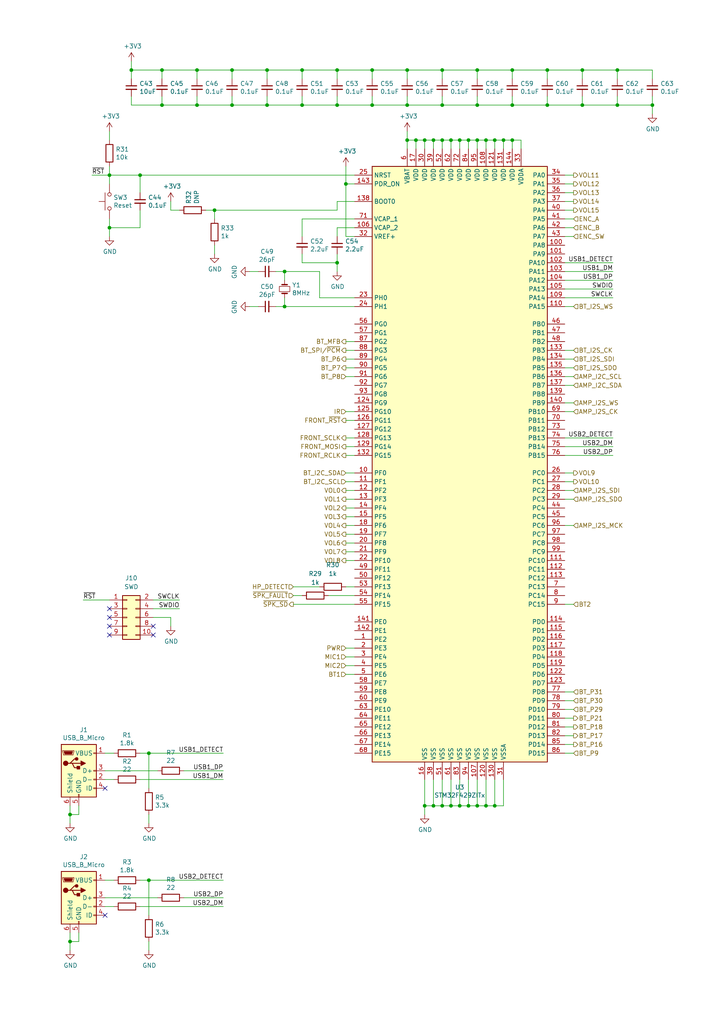
<source format=kicad_sch>
(kicad_sch (version 20201015) (generator eeschema)
  (page 1 7)
  (paper "A4" portrait)
  (lib_symbols
    (symbol "Connector:USB_B_Micro" (pin_names (offset 1.016))
      (property "Reference" "J" (at -5.08 11.43 0))
      (property "Value" "USB_B_Micro" (at -5.08 8.89 0))
      (symbol "USB_B_Micro_0_1"
        (circle (center -3.81 2.159) (radius 0.635) (stroke (width 0.254)) (fill (type outline)))
        (circle (center -0.635 3.429) (radius 0.381) (stroke (width 0.254)) (fill (type outline)))
        (rectangle (start -5.08 -7.62) (end 5.08 7.62) (stroke (width 0.254)) (fill (type background)))
        (rectangle (start -0.127 -7.62) (end 0.127 -6.858))
        (rectangle (start 0.254 1.27) (end -0.508 0.508) (stroke (width 0.254)) (fill (type outline)))
        (rectangle (start 5.08 -5.207) (end 4.318 -4.953))
        (rectangle (start 5.08 -2.667) (end 4.318 -2.413))
        (rectangle (start 5.08 -0.127) (end 4.318 0.127))
        (rectangle (start 5.08 4.953) (end 4.318 5.207))
        (polyline (pts (xy -1.905 2.159) (xy 0.635 2.159)) (stroke (width 0.254)))
        (polyline (pts (xy -3.175 2.159) (xy -2.54 2.159) (xy -1.27 3.429) (xy -0.635 3.429)) (stroke (width 0.254)))
        (polyline (pts (xy -2.54 2.159) (xy -1.905 2.159) (xy -1.27 0.889) (xy 0 0.889)) (stroke (width 0.254)))
        (polyline (pts (xy 0.635 2.794) (xy 0.635 1.524) (xy 1.905 2.159) (xy 0.635 2.794)) (stroke (width 0.254)) (fill (type outline)))
        (polyline (pts (xy -4.318 5.588) (xy -1.778 5.588) (xy -2.032 4.826) (xy -4.064 4.826) (xy -4.318 5.588)) (fill (type outline)))
        (polyline (pts (xy -4.699 5.842) (xy -4.699 5.588) (xy -4.445 4.826) (xy -4.445 4.572) (xy -1.651 4.572) (xy -1.651 4.826) (xy -1.397 5.588) (xy -1.397 5.842) (xy -4.699 5.842)))
      )
      (symbol "USB_B_Micro_1_1"
        (pin power_out line (at 7.62 5.08 180) (length 2.54) (name "VBUS") (number "1"))
        (pin bidirectional line (at 7.62 -2.54 180) (length 2.54) (name "D-") (number "2"))
        (pin bidirectional line (at 7.62 0 180) (length 2.54) (name "D+") (number "3"))
        (pin passive line (at 7.62 -5.08 180) (length 2.54) (name "ID") (number "4"))
        (pin power_out line (at 0 -10.16 90) (length 2.54) (name "GND") (number "5"))
        (pin passive line (at -2.54 -10.16 90) (length 2.54) (name "Shield") (number "6"))
      )
    )
    (symbol "Connector_Generic:Conn_02x05_Odd_Even" (pin_names (offset 1.016) hide)
      (property "Reference" "J" (at 1.27 7.62 0))
      (property "Value" "Conn_02x05_Odd_Even" (at 1.27 -7.62 0))
      (symbol "Conn_02x05_Odd_Even_1_1"
        (rectangle (start -1.27 -4.953) (end 0 -5.207) (stroke (width 0.1524)))
        (rectangle (start -1.27 -2.413) (end 0 -2.667) (stroke (width 0.1524)))
        (rectangle (start -1.27 2.667) (end 0 2.413) (stroke (width 0.1524)))
        (rectangle (start -1.27 5.207) (end 0 4.953) (stroke (width 0.1524)))
        (rectangle (start -1.27 6.35) (end 3.81 -6.35) (stroke (width 0.254)) (fill (type background)))
        (rectangle (start -1.27 0.127) (end 0 -0.127) (stroke (width 0.1524)))
        (rectangle (start 3.81 -4.953) (end 2.54 -5.207) (stroke (width 0.1524)))
        (rectangle (start 3.81 -2.413) (end 2.54 -2.667) (stroke (width 0.1524)))
        (rectangle (start 3.81 2.667) (end 2.54 2.413) (stroke (width 0.1524)))
        (rectangle (start 3.81 5.207) (end 2.54 4.953) (stroke (width 0.1524)))
        (rectangle (start 3.81 0.127) (end 2.54 -0.127) (stroke (width 0.1524)))
        (pin passive line (at -5.08 5.08 0) (length 3.81) (name "Pin_1") (number "1"))
        (pin passive line (at 7.62 -5.08 180) (length 3.81) (name "Pin_10") (number "10"))
        (pin passive line (at 7.62 5.08 180) (length 3.81) (name "Pin_2") (number "2"))
        (pin passive line (at -5.08 2.54 0) (length 3.81) (name "Pin_3") (number "3"))
        (pin passive line (at 7.62 2.54 180) (length 3.81) (name "Pin_4") (number "4"))
        (pin passive line (at -5.08 0 0) (length 3.81) (name "Pin_5") (number "5"))
        (pin passive line (at 7.62 0 180) (length 3.81) (name "Pin_6") (number "6"))
        (pin passive line (at -5.08 -2.54 0) (length 3.81) (name "Pin_7") (number "7"))
        (pin passive line (at 7.62 -2.54 180) (length 3.81) (name "Pin_8") (number "8"))
        (pin passive line (at -5.08 -5.08 0) (length 3.81) (name "Pin_9") (number "9"))
      )
    )
    (symbol "Device:C_Small" (pin_numbers hide) (pin_names (offset 0.254) hide)
      (property "Reference" "C" (at 0.254 1.778 0))
      (property "Value" "C_Small" (at 0.254 -2.032 0))
      (symbol "C_Small_0_1"
        (polyline (pts (xy -1.524 -0.508) (xy 1.524 -0.508)) (stroke (width 0.3302)))
        (polyline (pts (xy -1.524 0.508) (xy 1.524 0.508)) (stroke (width 0.3048)))
      )
      (symbol "C_Small_1_1"
        (pin passive line (at 0 2.54 270) (length 2.032) (name "~") (number "1"))
        (pin passive line (at 0 -2.54 90) (length 2.032) (name "~") (number "2"))
      )
    )
    (symbol "Device:Crystal_Small" (pin_numbers hide) (pin_names (offset 1.016) hide)
      (property "Reference" "Y" (at 0 2.54 0))
      (property "Value" "Crystal_Small" (at 0 -2.54 0))
      (symbol "Crystal_Small_0_1"
        (rectangle (start -0.762 -1.524) (end 0.762 1.524))
        (polyline (pts (xy -1.27 -0.762) (xy -1.27 0.762)) (stroke (width 0.381)))
        (polyline (pts (xy 1.27 -0.762) (xy 1.27 0.762)) (stroke (width 0.381)))
      )
      (symbol "Crystal_Small_1_1"
        (pin passive line (at -2.54 0 0) (length 1.27) (name "1") (number "1"))
        (pin passive line (at 2.54 0 180) (length 1.27) (name "2") (number "2"))
      )
    )
    (symbol "Device:R" (pin_numbers hide) (pin_names (offset 0))
      (property "Reference" "R" (at 2.032 0 90))
      (property "Value" "R" (at 0 0 90))
      (symbol "R_0_1"
        (rectangle (start -1.016 -2.54) (end 1.016 2.54) (stroke (width 0.254)))
      )
      (symbol "R_1_1"
        (pin passive line (at 0 3.81 270) (length 1.27) (name "~") (number "1"))
        (pin passive line (at 0 -3.81 90) (length 1.27) (name "~") (number "2"))
      )
    )
    (symbol "MCU_ST_STM32F4:STM32F429ZITx"
      (property "Reference" "U" (at -25.4 87.63 0))
      (property "Value" "STM32F429ZITx" (at 20.32 87.63 0))
      (symbol "STM32F429ZITx_0_1"
        (rectangle (start -25.4 -86.36) (end 25.4 86.36) (stroke (width 0.254)) (fill (type background)))
      )
      (symbol "STM32F429ZITx_1_1"
        (pin input line (at -30.48 76.2 0) (length 5.08) (name "BOOT0") (number "138"))
        (pin input line (at -30.48 83.82 0) (length 5.08) (name "NRST") (number "25"))
        (pin bidirectional line (at 30.48 83.82 180) (length 5.08) (name "PA0") (number "34"))
        (pin bidirectional line (at 30.48 81.28 180) (length 5.08) (name "PA1") (number "35"))
        (pin bidirectional line (at 30.48 58.42 180) (length 5.08) (name "PA10") (number "102"))
        (pin bidirectional line (at 30.48 55.88 180) (length 5.08) (name "PA11") (number "103"))
        (pin bidirectional line (at 30.48 53.34 180) (length 5.08) (name "PA12") (number "104"))
        (pin bidirectional line (at 30.48 50.8 180) (length 5.08) (name "PA13") (number "105"))
        (pin bidirectional line (at 30.48 48.26 180) (length 5.08) (name "PA14") (number "109"))
        (pin bidirectional line (at 30.48 45.72 180) (length 5.08) (name "PA15") (number "110"))
        (pin bidirectional line (at 30.48 78.74 180) (length 5.08) (name "PA2") (number "36"))
        (pin bidirectional line (at 30.48 76.2 180) (length 5.08) (name "PA3") (number "37"))
        (pin bidirectional line (at 30.48 73.66 180) (length 5.08) (name "PA4") (number "40"))
        (pin bidirectional line (at 30.48 71.12 180) (length 5.08) (name "PA5") (number "41"))
        (pin bidirectional line (at 30.48 68.58 180) (length 5.08) (name "PA6") (number "42"))
        (pin bidirectional line (at 30.48 66.04 180) (length 5.08) (name "PA7") (number "43"))
        (pin bidirectional line (at 30.48 63.5 180) (length 5.08) (name "PA8") (number "100"))
        (pin bidirectional line (at 30.48 60.96 180) (length 5.08) (name "PA9") (number "101"))
        (pin bidirectional line (at 30.48 40.64 180) (length 5.08) (name "PB0") (number "46"))
        (pin bidirectional line (at 30.48 38.1 180) (length 5.08) (name "PB1") (number "47"))
        (pin bidirectional line (at 30.48 15.24 180) (length 5.08) (name "PB10") (number "69"))
        (pin bidirectional line (at 30.48 12.7 180) (length 5.08) (name "PB11") (number "70"))
        (pin bidirectional line (at 30.48 10.16 180) (length 5.08) (name "PB12") (number "73"))
        (pin bidirectional line (at 30.48 7.62 180) (length 5.08) (name "PB13") (number "74"))
        (pin bidirectional line (at 30.48 5.08 180) (length 5.08) (name "PB14") (number "75"))
        (pin bidirectional line (at 30.48 2.54 180) (length 5.08) (name "PB15") (number "76"))
        (pin bidirectional line (at 30.48 35.56 180) (length 5.08) (name "PB2") (number "48"))
        (pin bidirectional line (at 30.48 33.02 180) (length 5.08) (name "PB3") (number "133"))
        (pin bidirectional line (at 30.48 30.48 180) (length 5.08) (name "PB4") (number "134"))
        (pin bidirectional line (at 30.48 27.94 180) (length 5.08) (name "PB5") (number "135"))
        (pin bidirectional line (at 30.48 25.4 180) (length 5.08) (name "PB6") (number "136"))
        (pin bidirectional line (at 30.48 22.86 180) (length 5.08) (name "PB7") (number "137"))
        (pin bidirectional line (at 30.48 20.32 180) (length 5.08) (name "PB8") (number "139"))
        (pin bidirectional line (at 30.48 17.78 180) (length 5.08) (name "PB9") (number "140"))
        (pin bidirectional line (at 30.48 -2.54 180) (length 5.08) (name "PC0") (number "26"))
        (pin bidirectional line (at 30.48 -5.08 180) (length 5.08) (name "PC1") (number "27"))
        (pin bidirectional line (at 30.48 -27.94 180) (length 5.08) (name "PC10") (number "111"))
        (pin bidirectional line (at 30.48 -30.48 180) (length 5.08) (name "PC11") (number "112"))
        (pin bidirectional line (at 30.48 -33.02 180) (length 5.08) (name "PC12") (number "113"))
        (pin bidirectional line (at 30.48 -35.56 180) (length 5.08) (name "PC13") (number "7"))
        (pin bidirectional line (at 30.48 -38.1 180) (length 5.08) (name "PC14") (number "8"))
        (pin bidirectional line (at 30.48 -40.64 180) (length 5.08) (name "PC15") (number "9"))
        (pin bidirectional line (at 30.48 -7.62 180) (length 5.08) (name "PC2") (number "28"))
        (pin bidirectional line (at 30.48 -10.16 180) (length 5.08) (name "PC3") (number "29"))
        (pin bidirectional line (at 30.48 -12.7 180) (length 5.08) (name "PC4") (number "44"))
        (pin bidirectional line (at 30.48 -15.24 180) (length 5.08) (name "PC5") (number "45"))
        (pin bidirectional line (at 30.48 -17.78 180) (length 5.08) (name "PC6") (number "96"))
        (pin bidirectional line (at 30.48 -20.32 180) (length 5.08) (name "PC7") (number "97"))
        (pin bidirectional line (at 30.48 -22.86 180) (length 5.08) (name "PC8") (number "98"))
        (pin bidirectional line (at 30.48 -25.4 180) (length 5.08) (name "PC9") (number "99"))
        (pin bidirectional line (at 30.48 -45.72 180) (length 5.08) (name "PD0") (number "114"))
        (pin bidirectional line (at 30.48 -48.26 180) (length 5.08) (name "PD1") (number "115"))
        (pin bidirectional line (at 30.48 -71.12 180) (length 5.08) (name "PD10") (number "79"))
        (pin bidirectional line (at 30.48 -73.66 180) (length 5.08) (name "PD11") (number "80"))
        (pin bidirectional line (at 30.48 -76.2 180) (length 5.08) (name "PD12") (number "81"))
        (pin bidirectional line (at 30.48 -78.74 180) (length 5.08) (name "PD13") (number "82"))
        (pin bidirectional line (at 30.48 -81.28 180) (length 5.08) (name "PD14") (number "85"))
        (pin bidirectional line (at 30.48 -83.82 180) (length 5.08) (name "PD15") (number "86"))
        (pin bidirectional line (at 30.48 -50.8 180) (length 5.08) (name "PD2") (number "116"))
        (pin bidirectional line (at 30.48 -53.34 180) (length 5.08) (name "PD3") (number "117"))
        (pin bidirectional line (at 30.48 -55.88 180) (length 5.08) (name "PD4") (number "118"))
        (pin bidirectional line (at 30.48 -58.42 180) (length 5.08) (name "PD5") (number "119"))
        (pin bidirectional line (at 30.48 -60.96 180) (length 5.08) (name "PD6") (number "122"))
        (pin bidirectional line (at 30.48 -63.5 180) (length 5.08) (name "PD7") (number "123"))
        (pin bidirectional line (at 30.48 -66.04 180) (length 5.08) (name "PD8") (number "77"))
        (pin bidirectional line (at 30.48 -68.58 180) (length 5.08) (name "PD9") (number "78"))
        (pin input line (at -30.48 81.28 0) (length 5.08) (name "PDR_ON") (number "143"))
        (pin bidirectional line (at -30.48 -45.72 0) (length 5.08) (name "PE0") (number "141"))
        (pin bidirectional line (at -30.48 -48.26 0) (length 5.08) (name "PE1") (number "142"))
        (pin bidirectional line (at -30.48 -71.12 0) (length 5.08) (name "PE10") (number "63"))
        (pin bidirectional line (at -30.48 -73.66 0) (length 5.08) (name "PE11") (number "64"))
        (pin bidirectional line (at -30.48 -76.2 0) (length 5.08) (name "PE12") (number "65"))
        (pin bidirectional line (at -30.48 -78.74 0) (length 5.08) (name "PE13") (number "66"))
        (pin bidirectional line (at -30.48 -81.28 0) (length 5.08) (name "PE14") (number "67"))
        (pin bidirectional line (at -30.48 -83.82 0) (length 5.08) (name "PE15") (number "68"))
        (pin bidirectional line (at -30.48 -50.8 0) (length 5.08) (name "PE2") (number "1"))
        (pin bidirectional line (at -30.48 -53.34 0) (length 5.08) (name "PE3") (number "2"))
        (pin bidirectional line (at -30.48 -55.88 0) (length 5.08) (name "PE4") (number "3"))
        (pin bidirectional line (at -30.48 -58.42 0) (length 5.08) (name "PE5") (number "4"))
        (pin bidirectional line (at -30.48 -60.96 0) (length 5.08) (name "PE6") (number "5"))
        (pin bidirectional line (at -30.48 -63.5 0) (length 5.08) (name "PE7") (number "58"))
        (pin bidirectional line (at -30.48 -66.04 0) (length 5.08) (name "PE8") (number "59"))
        (pin bidirectional line (at -30.48 -68.58 0) (length 5.08) (name "PE9") (number "60"))
        (pin bidirectional line (at -30.48 -2.54 0) (length 5.08) (name "PF0") (number "10"))
        (pin bidirectional line (at -30.48 -5.08 0) (length 5.08) (name "PF1") (number "11"))
        (pin bidirectional line (at -30.48 -27.94 0) (length 5.08) (name "PF10") (number "22"))
        (pin bidirectional line (at -30.48 -30.48 0) (length 5.08) (name "PF11") (number "49"))
        (pin bidirectional line (at -30.48 -33.02 0) (length 5.08) (name "PF12") (number "50"))
        (pin bidirectional line (at -30.48 -35.56 0) (length 5.08) (name "PF13") (number "53"))
        (pin bidirectional line (at -30.48 -38.1 0) (length 5.08) (name "PF14") (number "54"))
        (pin bidirectional line (at -30.48 -40.64 0) (length 5.08) (name "PF15") (number "55"))
        (pin bidirectional line (at -30.48 -7.62 0) (length 5.08) (name "PF2") (number "12"))
        (pin bidirectional line (at -30.48 -10.16 0) (length 5.08) (name "PF3") (number "13"))
        (pin bidirectional line (at -30.48 -12.7 0) (length 5.08) (name "PF4") (number "14"))
        (pin bidirectional line (at -30.48 -15.24 0) (length 5.08) (name "PF5") (number "15"))
        (pin bidirectional line (at -30.48 -17.78 0) (length 5.08) (name "PF6") (number "18"))
        (pin bidirectional line (at -30.48 -20.32 0) (length 5.08) (name "PF7") (number "19"))
        (pin bidirectional line (at -30.48 -22.86 0) (length 5.08) (name "PF8") (number "20"))
        (pin bidirectional line (at -30.48 -25.4 0) (length 5.08) (name "PF9") (number "21"))
        (pin bidirectional line (at -30.48 40.64 0) (length 5.08) (name "PG0") (number "56"))
        (pin bidirectional line (at -30.48 38.1 0) (length 5.08) (name "PG1") (number "57"))
        (pin bidirectional line (at -30.48 15.24 0) (length 5.08) (name "PG10") (number "125"))
        (pin bidirectional line (at -30.48 12.7 0) (length 5.08) (name "PG11") (number "126"))
        (pin bidirectional line (at -30.48 10.16 0) (length 5.08) (name "PG12") (number "127"))
        (pin bidirectional line (at -30.48 7.62 0) (length 5.08) (name "PG13") (number "128"))
        (pin bidirectional line (at -30.48 5.08 0) (length 5.08) (name "PG14") (number "129"))
        (pin bidirectional line (at -30.48 2.54 0) (length 5.08) (name "PG15") (number "132"))
        (pin bidirectional line (at -30.48 35.56 0) (length 5.08) (name "PG2") (number "87"))
        (pin bidirectional line (at -30.48 33.02 0) (length 5.08) (name "PG3") (number "88"))
        (pin bidirectional line (at -30.48 30.48 0) (length 5.08) (name "PG4") (number "89"))
        (pin bidirectional line (at -30.48 27.94 0) (length 5.08) (name "PG5") (number "90"))
        (pin bidirectional line (at -30.48 25.4 0) (length 5.08) (name "PG6") (number "91"))
        (pin bidirectional line (at -30.48 22.86 0) (length 5.08) (name "PG7") (number "92"))
        (pin bidirectional line (at -30.48 20.32 0) (length 5.08) (name "PG8") (number "93"))
        (pin bidirectional line (at -30.48 17.78 0) (length 5.08) (name "PG9") (number "124"))
        (pin input line (at -30.48 48.26 0) (length 5.08) (name "PH0") (number "23"))
        (pin input line (at -30.48 45.72 0) (length 5.08) (name "PH1") (number "24"))
        (pin power_in line (at -15.24 91.44 270) (length 5.08) (name "VBAT") (number "6"))
        (pin power_in line (at -30.48 71.12 0) (length 5.08) (name "VCAP_1") (number "71"))
        (pin power_in line (at -30.48 68.58 0) (length 5.08) (name "VCAP_2") (number "106"))
        (pin power_in line (at 7.62 91.44 270) (length 5.08) (name "VDD") (number "108"))
        (pin power_in line (at 10.16 91.44 270) (length 5.08) (name "VDD") (number "121"))
        (pin power_in line (at 12.7 91.44 270) (length 5.08) (name "VDD") (number "131"))
        (pin power_in line (at 15.24 91.44 270) (length 5.08) (name "VDD") (number "144"))
        (pin power_in line (at -12.7 91.44 270) (length 5.08) (name "VDD") (number "17"))
        (pin power_in line (at -10.16 91.44 270) (length 5.08) (name "VDD") (number "30"))
        (pin power_in line (at -7.62 91.44 270) (length 5.08) (name "VDD") (number "39"))
        (pin power_in line (at -5.08 91.44 270) (length 5.08) (name "VDD") (number "52"))
        (pin power_in line (at -2.54 91.44 270) (length 5.08) (name "VDD") (number "62"))
        (pin power_in line (at 0 91.44 270) (length 5.08) (name "VDD") (number "72"))
        (pin power_in line (at 2.54 91.44 270) (length 5.08) (name "VDD") (number "84"))
        (pin power_in line (at 5.08 91.44 270) (length 5.08) (name "VDD") (number "95"))
        (pin power_in line (at 17.78 91.44 270) (length 5.08) (name "VDDA") (number "33"))
        (pin power_in line (at -30.48 66.04 0) (length 5.08) (name "VREF+") (number "32"))
        (pin power_in line (at 5.08 -91.44 90) (length 5.08) (name "VSS") (number "107"))
        (pin power_in line (at 7.62 -91.44 90) (length 5.08) (name "VSS") (number "120"))
        (pin power_in line (at 10.16 -91.44 90) (length 5.08) (name "VSS") (number "130"))
        (pin power_in line (at -10.16 -91.44 90) (length 5.08) (name "VSS") (number "16"))
        (pin power_in line (at -7.62 -91.44 90) (length 5.08) (name "VSS") (number "38"))
        (pin power_in line (at -5.08 -91.44 90) (length 5.08) (name "VSS") (number "51"))
        (pin power_in line (at -2.54 -91.44 90) (length 5.08) (name "VSS") (number "61"))
        (pin power_in line (at 0 -91.44 90) (length 5.08) (name "VSS") (number "83"))
        (pin power_in line (at 2.54 -91.44 90) (length 5.08) (name "VSS") (number "94"))
        (pin power_in line (at 12.7 -91.44 90) (length 5.08) (name "VSSA") (number "31"))
      )
    )
    (symbol "Switch:SW_Push" (pin_numbers hide) (pin_names (offset 1.016) hide)
      (property "Reference" "SW" (at 1.27 2.54 0))
      (property "Value" "SW_Push" (at 0 -1.524 0))
      (symbol "SW_Push_0_1"
        (circle (center -2.032 0) (radius 0.508))
        (circle (center 2.032 0) (radius 0.508))
        (polyline (pts (xy 0 1.27) (xy 0 3.048)))
        (polyline (pts (xy 2.54 1.27) (xy -2.54 1.27)))
        (pin passive line (at -5.08 0 0) (length 2.54) (name "1") (number "1"))
        (pin passive line (at 5.08 0 180) (length 2.54) (name "2") (number "2"))
      )
    )
    (symbol "power:+3.3V" (power) (pin_names (offset 0))
      (property "Value" "+3.3V" (at 0 3.556 0))
      (symbol "+3.3V_0_1"
        (polyline (pts (xy -0.762 1.27) (xy 0 2.54)))
        (polyline (pts (xy 0 0) (xy 0 2.54)))
        (polyline (pts (xy 0 2.54) (xy 0.762 1.27)))
      )
      (symbol "+3.3V_1_1"
        (pin power_in line (at 0 0 90) (length 0) hide (name "+3V3") (number "1"))
      )
    )
    (symbol "power:GND" (power) (pin_names (offset 0))
      (property "Value" "GND" (at 0 -3.81 0))
      (symbol "GND_0_1"
        (polyline (pts (xy 0 0) (xy 0 -1.27) (xy 1.27 -1.27) (xy 0 -2.54) (xy -1.27 -1.27) (xy 0 -1.27)))
      )
      (symbol "GND_1_1"
        (pin power_in line (at 0 0 270) (length 0) hide (name "GND") (number "1"))
      )
    )
  )
  (junction (at 20.32 236.22) (diameter 0.9144))
  (junction (at 20.32 273.05) (diameter 0.9144))
  (junction (at 31.75 50.8) (diameter 0.9144))
  (junction (at 31.75 66.04) (diameter 0.9144))
  (junction (at 38.1 20.32) (diameter 0.9144))
  (junction (at 40.64 50.8) (diameter 0.9144))
  (junction (at 43.18 218.44) (diameter 0.9144))
  (junction (at 43.18 255.27) (diameter 0.9144))
  (junction (at 46.99 20.32) (diameter 0.9144))
  (junction (at 46.99 30.48) (diameter 0.9144))
  (junction (at 57.15 20.32) (diameter 0.9144))
  (junction (at 57.15 30.48) (diameter 0.9144))
  (junction (at 62.23 60.96) (diameter 0.9144))
  (junction (at 67.31 20.32) (diameter 0.9144))
  (junction (at 67.31 30.48) (diameter 0.9144))
  (junction (at 77.47 20.32) (diameter 0.9144))
  (junction (at 77.47 30.48) (diameter 0.9144))
  (junction (at 82.55 78.74) (diameter 0.9144))
  (junction (at 82.55 88.9) (diameter 0.9144))
  (junction (at 87.63 20.32) (diameter 0.9144))
  (junction (at 87.63 30.48) (diameter 0.9144))
  (junction (at 97.79 20.32) (diameter 0.9144))
  (junction (at 97.79 30.48) (diameter 0.9144))
  (junction (at 97.79 76.2) (diameter 0.9144))
  (junction (at 100.33 53.34) (diameter 0.9144))
  (junction (at 107.95 20.32) (diameter 0.9144))
  (junction (at 107.95 30.48) (diameter 0.9144))
  (junction (at 118.11 20.32) (diameter 0.9144))
  (junction (at 118.11 30.48) (diameter 0.9144))
  (junction (at 118.11 40.64) (diameter 0.9144))
  (junction (at 120.65 40.64) (diameter 0.9144))
  (junction (at 123.19 40.64) (diameter 0.9144))
  (junction (at 123.19 233.68) (diameter 0.9144))
  (junction (at 125.73 40.64) (diameter 0.9144))
  (junction (at 125.73 233.68) (diameter 0.9144))
  (junction (at 128.27 20.32) (diameter 0.9144))
  (junction (at 128.27 30.48) (diameter 0.9144))
  (junction (at 128.27 40.64) (diameter 0.9144))
  (junction (at 128.27 233.68) (diameter 0.9144))
  (junction (at 130.81 40.64) (diameter 0.9144))
  (junction (at 130.81 233.68) (diameter 0.9144))
  (junction (at 133.35 40.64) (diameter 0.9144))
  (junction (at 133.35 233.68) (diameter 0.9144))
  (junction (at 135.89 40.64) (diameter 0.9144))
  (junction (at 135.89 233.68) (diameter 0.9144))
  (junction (at 138.43 20.32) (diameter 0.9144))
  (junction (at 138.43 30.48) (diameter 0.9144))
  (junction (at 138.43 40.64) (diameter 0.9144))
  (junction (at 138.43 233.68) (diameter 0.9144))
  (junction (at 140.97 40.64) (diameter 0.9144))
  (junction (at 140.97 233.68) (diameter 0.9144))
  (junction (at 143.51 40.64) (diameter 0.9144))
  (junction (at 143.51 233.68) (diameter 0.9144))
  (junction (at 146.05 40.64) (diameter 0.9144))
  (junction (at 148.59 20.32) (diameter 0.9144))
  (junction (at 148.59 30.48) (diameter 0.9144))
  (junction (at 148.59 40.64) (diameter 0.9144))
  (junction (at 158.75 20.32) (diameter 0.9144))
  (junction (at 158.75 30.48) (diameter 0.9144))
  (junction (at 168.91 20.32) (diameter 0.9144))
  (junction (at 168.91 30.48) (diameter 0.9144))
  (junction (at 179.07 20.32) (diameter 0.9144))
  (junction (at 179.07 30.48) (diameter 0.9144))
  (junction (at 189.23 30.48) (diameter 0.9144))
  (no_connect (at 31.75 181.61))
  (no_connect (at 44.45 184.15))
  (no_connect (at 30.48 265.43))
  (no_connect (at 31.75 184.15))
  (no_connect (at 44.45 181.61))
  (no_connect (at 31.75 176.53))
  (no_connect (at 31.75 179.07))
  (no_connect (at 30.48 228.6))
  (wire (pts (xy 20.32 233.68) (xy 20.32 236.22)))
  (wire (pts (xy 20.32 236.22) (xy 20.32 238.76)))
  (wire (pts (xy 20.32 270.51) (xy 20.32 273.05)))
  (wire (pts (xy 20.32 273.05) (xy 20.32 275.59)))
  (wire (pts (xy 22.86 233.68) (xy 22.86 236.22)))
  (wire (pts (xy 22.86 236.22) (xy 20.32 236.22)))
  (wire (pts (xy 22.86 270.51) (xy 22.86 273.05)))
  (wire (pts (xy 22.86 273.05) (xy 20.32 273.05)))
  (wire (pts (xy 24.13 173.99) (xy 31.75 173.99)))
  (wire (pts (xy 26.67 50.8) (xy 31.75 50.8)))
  (wire (pts (xy 30.48 226.06) (xy 33.02 226.06)))
  (wire (pts (xy 30.48 262.89) (xy 33.02 262.89)))
  (wire (pts (xy 31.75 38.1) (xy 31.75 40.64)))
  (wire (pts (xy 31.75 48.26) (xy 31.75 50.8)))
  (wire (pts (xy 31.75 50.8) (xy 31.75 53.34)))
  (wire (pts (xy 31.75 63.5) (xy 31.75 66.04)))
  (wire (pts (xy 31.75 66.04) (xy 40.64 66.04)))
  (wire (pts (xy 31.75 68.58) (xy 31.75 66.04)))
  (wire (pts (xy 33.02 218.44) (xy 30.48 218.44)))
  (wire (pts (xy 33.02 255.27) (xy 30.48 255.27)))
  (wire (pts (xy 38.1 20.32) (xy 38.1 17.78)))
  (wire (pts (xy 38.1 20.32) (xy 38.1 22.86)))
  (wire (pts (xy 38.1 30.48) (xy 38.1 27.94)))
  (wire (pts (xy 40.64 50.8) (xy 31.75 50.8)))
  (wire (pts (xy 40.64 50.8) (xy 102.87 50.8)))
  (wire (pts (xy 40.64 55.88) (xy 40.64 50.8)))
  (wire (pts (xy 40.64 66.04) (xy 40.64 60.96)))
  (wire (pts (xy 40.64 226.06) (xy 64.77 226.06)))
  (wire (pts (xy 40.64 262.89) (xy 64.77 262.89)))
  (wire (pts (xy 43.18 218.44) (xy 40.64 218.44)))
  (wire (pts (xy 43.18 228.6) (xy 43.18 218.44)))
  (wire (pts (xy 43.18 236.22) (xy 43.18 238.76)))
  (wire (pts (xy 43.18 255.27) (xy 40.64 255.27)))
  (wire (pts (xy 43.18 265.43) (xy 43.18 255.27)))
  (wire (pts (xy 43.18 273.05) (xy 43.18 275.59)))
  (wire (pts (xy 44.45 173.99) (xy 52.07 173.99)))
  (wire (pts (xy 44.45 176.53) (xy 52.07 176.53)))
  (wire (pts (xy 45.72 223.52) (xy 30.48 223.52)))
  (wire (pts (xy 45.72 260.35) (xy 30.48 260.35)))
  (wire (pts (xy 46.99 20.32) (xy 38.1 20.32)))
  (wire (pts (xy 46.99 20.32) (xy 46.99 22.86)))
  (wire (pts (xy 46.99 20.32) (xy 57.15 20.32)))
  (wire (pts (xy 46.99 30.48) (xy 38.1 30.48)))
  (wire (pts (xy 46.99 30.48) (xy 46.99 27.94)))
  (wire (pts (xy 49.53 60.96) (xy 49.53 58.42)))
  (wire (pts (xy 49.53 179.07) (xy 44.45 179.07)))
  (wire (pts (xy 49.53 181.61) (xy 49.53 179.07)))
  (wire (pts (xy 52.07 60.96) (xy 49.53 60.96)))
  (wire (pts (xy 53.34 223.52) (xy 64.77 223.52)))
  (wire (pts (xy 53.34 260.35) (xy 64.77 260.35)))
  (wire (pts (xy 57.15 20.32) (xy 57.15 22.86)))
  (wire (pts (xy 57.15 20.32) (xy 67.31 20.32)))
  (wire (pts (xy 57.15 27.94) (xy 57.15 30.48)))
  (wire (pts (xy 57.15 30.48) (xy 46.99 30.48)))
  (wire (pts (xy 62.23 60.96) (xy 59.69 60.96)))
  (wire (pts (xy 62.23 60.96) (xy 62.23 63.5)))
  (wire (pts (xy 62.23 71.12) (xy 62.23 73.66)))
  (wire (pts (xy 64.77 218.44) (xy 43.18 218.44)))
  (wire (pts (xy 64.77 255.27) (xy 43.18 255.27)))
  (wire (pts (xy 67.31 20.32) (xy 67.31 22.86)))
  (wire (pts (xy 67.31 20.32) (xy 77.47 20.32)))
  (wire (pts (xy 67.31 27.94) (xy 67.31 30.48)))
  (wire (pts (xy 67.31 30.48) (xy 57.15 30.48)))
  (wire (pts (xy 72.39 78.74) (xy 74.93 78.74)))
  (wire (pts (xy 72.39 88.9) (xy 74.93 88.9)))
  (wire (pts (xy 77.47 20.32) (xy 77.47 22.86)))
  (wire (pts (xy 77.47 20.32) (xy 87.63 20.32)))
  (wire (pts (xy 77.47 27.94) (xy 77.47 30.48)))
  (wire (pts (xy 77.47 30.48) (xy 67.31 30.48)))
  (wire (pts (xy 80.01 78.74) (xy 82.55 78.74)))
  (wire (pts (xy 80.01 88.9) (xy 82.55 88.9)))
  (wire (pts (xy 82.55 78.74) (xy 82.55 81.28)))
  (wire (pts (xy 82.55 86.36) (xy 82.55 88.9)))
  (wire (pts (xy 82.55 88.9) (xy 102.87 88.9)))
  (wire (pts (xy 85.09 170.18) (xy 92.71 170.18)))
  (wire (pts (xy 85.09 172.72) (xy 87.63 172.72)))
  (wire (pts (xy 85.09 175.26) (xy 102.87 175.26)))
  (wire (pts (xy 87.63 20.32) (xy 87.63 22.86)))
  (wire (pts (xy 87.63 20.32) (xy 97.79 20.32)))
  (wire (pts (xy 87.63 27.94) (xy 87.63 30.48)))
  (wire (pts (xy 87.63 30.48) (xy 77.47 30.48)))
  (wire (pts (xy 87.63 63.5) (xy 87.63 68.58)))
  (wire (pts (xy 87.63 76.2) (xy 87.63 73.66)))
  (wire (pts (xy 92.71 78.74) (xy 82.55 78.74)))
  (wire (pts (xy 92.71 86.36) (xy 92.71 78.74)))
  (wire (pts (xy 95.25 172.72) (xy 102.87 172.72)))
  (wire (pts (xy 97.79 20.32) (xy 97.79 22.86)))
  (wire (pts (xy 97.79 20.32) (xy 107.95 20.32)))
  (wire (pts (xy 97.79 27.94) (xy 97.79 30.48)))
  (wire (pts (xy 97.79 30.48) (xy 87.63 30.48)))
  (wire (pts (xy 97.79 58.42) (xy 97.79 60.96)))
  (wire (pts (xy 97.79 60.96) (xy 62.23 60.96)))
  (wire (pts (xy 97.79 66.04) (xy 97.79 68.58)))
  (wire (pts (xy 97.79 73.66) (xy 97.79 76.2)))
  (wire (pts (xy 97.79 76.2) (xy 87.63 76.2)))
  (wire (pts (xy 97.79 76.2) (xy 97.79 78.74)))
  (wire (pts (xy 100.33 48.26) (xy 100.33 53.34)))
  (wire (pts (xy 100.33 53.34) (xy 100.33 68.58)))
  (wire (pts (xy 100.33 53.34) (xy 102.87 53.34)))
  (wire (pts (xy 100.33 68.58) (xy 102.87 68.58)))
  (wire (pts (xy 100.33 99.06) (xy 102.87 99.06)))
  (wire (pts (xy 100.33 101.6) (xy 102.87 101.6)))
  (wire (pts (xy 100.33 104.14) (xy 102.87 104.14)))
  (wire (pts (xy 100.33 106.68) (xy 102.87 106.68)))
  (wire (pts (xy 100.33 109.22) (xy 102.87 109.22)))
  (wire (pts (xy 100.33 119.38) (xy 102.87 119.38)))
  (wire (pts (xy 100.33 121.92) (xy 102.87 121.92)))
  (wire (pts (xy 100.33 127) (xy 102.87 127)))
  (wire (pts (xy 100.33 129.54) (xy 102.87 129.54)))
  (wire (pts (xy 100.33 132.08) (xy 102.87 132.08)))
  (wire (pts (xy 100.33 139.7) (xy 102.87 139.7)))
  (wire (pts (xy 100.33 142.24) (xy 102.87 142.24)))
  (wire (pts (xy 100.33 144.78) (xy 102.87 144.78)))
  (wire (pts (xy 100.33 147.32) (xy 102.87 147.32)))
  (wire (pts (xy 100.33 149.86) (xy 102.87 149.86)))
  (wire (pts (xy 100.33 152.4) (xy 102.87 152.4)))
  (wire (pts (xy 100.33 162.56) (xy 102.87 162.56)))
  (wire (pts (xy 100.33 170.18) (xy 102.87 170.18)))
  (wire (pts (xy 102.87 58.42) (xy 97.79 58.42)))
  (wire (pts (xy 102.87 63.5) (xy 87.63 63.5)))
  (wire (pts (xy 102.87 66.04) (xy 97.79 66.04)))
  (wire (pts (xy 102.87 86.36) (xy 92.71 86.36)))
  (wire (pts (xy 102.87 137.16) (xy 100.33 137.16)))
  (wire (pts (xy 102.87 154.94) (xy 100.33 154.94)))
  (wire (pts (xy 102.87 157.48) (xy 100.33 157.48)))
  (wire (pts (xy 102.87 160.02) (xy 100.33 160.02)))
  (wire (pts (xy 102.87 187.96) (xy 100.33 187.96)))
  (wire (pts (xy 102.87 190.5) (xy 100.33 190.5)))
  (wire (pts (xy 102.87 193.04) (xy 100.33 193.04)))
  (wire (pts (xy 102.87 195.58) (xy 100.33 195.58)))
  (wire (pts (xy 107.95 20.32) (xy 107.95 22.86)))
  (wire (pts (xy 107.95 20.32) (xy 118.11 20.32)))
  (wire (pts (xy 107.95 27.94) (xy 107.95 30.48)))
  (wire (pts (xy 107.95 30.48) (xy 97.79 30.48)))
  (wire (pts (xy 118.11 20.32) (xy 118.11 22.86)))
  (wire (pts (xy 118.11 20.32) (xy 128.27 20.32)))
  (wire (pts (xy 118.11 27.94) (xy 118.11 30.48)))
  (wire (pts (xy 118.11 30.48) (xy 107.95 30.48)))
  (wire (pts (xy 118.11 38.1) (xy 118.11 40.64)))
  (wire (pts (xy 118.11 40.64) (xy 118.11 43.18)))
  (wire (pts (xy 120.65 40.64) (xy 118.11 40.64)))
  (wire (pts (xy 120.65 43.18) (xy 120.65 40.64)))
  (wire (pts (xy 123.19 40.64) (xy 120.65 40.64)))
  (wire (pts (xy 123.19 43.18) (xy 123.19 40.64)))
  (wire (pts (xy 123.19 226.06) (xy 123.19 233.68)))
  (wire (pts (xy 123.19 233.68) (xy 123.19 236.22)))
  (wire (pts (xy 123.19 233.68) (xy 125.73 233.68)))
  (wire (pts (xy 125.73 40.64) (xy 123.19 40.64)))
  (wire (pts (xy 125.73 43.18) (xy 125.73 40.64)))
  (wire (pts (xy 125.73 226.06) (xy 125.73 233.68)))
  (wire (pts (xy 125.73 233.68) (xy 128.27 233.68)))
  (wire (pts (xy 128.27 20.32) (xy 128.27 22.86)))
  (wire (pts (xy 128.27 20.32) (xy 138.43 20.32)))
  (wire (pts (xy 128.27 27.94) (xy 128.27 30.48)))
  (wire (pts (xy 128.27 30.48) (xy 118.11 30.48)))
  (wire (pts (xy 128.27 40.64) (xy 125.73 40.64)))
  (wire (pts (xy 128.27 43.18) (xy 128.27 40.64)))
  (wire (pts (xy 128.27 226.06) (xy 128.27 233.68)))
  (wire (pts (xy 128.27 233.68) (xy 130.81 233.68)))
  (wire (pts (xy 130.81 40.64) (xy 128.27 40.64)))
  (wire (pts (xy 130.81 43.18) (xy 130.81 40.64)))
  (wire (pts (xy 130.81 226.06) (xy 130.81 233.68)))
  (wire (pts (xy 130.81 233.68) (xy 133.35 233.68)))
  (wire (pts (xy 133.35 40.64) (xy 130.81 40.64)))
  (wire (pts (xy 133.35 43.18) (xy 133.35 40.64)))
  (wire (pts (xy 133.35 226.06) (xy 133.35 233.68)))
  (wire (pts (xy 133.35 233.68) (xy 135.89 233.68)))
  (wire (pts (xy 135.89 40.64) (xy 133.35 40.64)))
  (wire (pts (xy 135.89 43.18) (xy 135.89 40.64)))
  (wire (pts (xy 135.89 226.06) (xy 135.89 233.68)))
  (wire (pts (xy 135.89 233.68) (xy 138.43 233.68)))
  (wire (pts (xy 138.43 20.32) (xy 138.43 22.86)))
  (wire (pts (xy 138.43 20.32) (xy 148.59 20.32)))
  (wire (pts (xy 138.43 27.94) (xy 138.43 30.48)))
  (wire (pts (xy 138.43 30.48) (xy 128.27 30.48)))
  (wire (pts (xy 138.43 40.64) (xy 135.89 40.64)))
  (wire (pts (xy 138.43 43.18) (xy 138.43 40.64)))
  (wire (pts (xy 138.43 226.06) (xy 138.43 233.68)))
  (wire (pts (xy 138.43 233.68) (xy 140.97 233.68)))
  (wire (pts (xy 140.97 40.64) (xy 138.43 40.64)))
  (wire (pts (xy 140.97 43.18) (xy 140.97 40.64)))
  (wire (pts (xy 140.97 233.68) (xy 140.97 226.06)))
  (wire (pts (xy 140.97 233.68) (xy 143.51 233.68)))
  (wire (pts (xy 143.51 40.64) (xy 140.97 40.64)))
  (wire (pts (xy 143.51 43.18) (xy 143.51 40.64)))
  (wire (pts (xy 143.51 226.06) (xy 143.51 233.68)))
  (wire (pts (xy 143.51 233.68) (xy 146.05 233.68)))
  (wire (pts (xy 146.05 40.64) (xy 143.51 40.64)))
  (wire (pts (xy 146.05 43.18) (xy 146.05 40.64)))
  (wire (pts (xy 146.05 233.68) (xy 146.05 226.06)))
  (wire (pts (xy 148.59 20.32) (xy 148.59 22.86)))
  (wire (pts (xy 148.59 20.32) (xy 158.75 20.32)))
  (wire (pts (xy 148.59 27.94) (xy 148.59 30.48)))
  (wire (pts (xy 148.59 30.48) (xy 138.43 30.48)))
  (wire (pts (xy 148.59 40.64) (xy 146.05 40.64)))
  (wire (pts (xy 148.59 43.18) (xy 148.59 40.64)))
  (wire (pts (xy 151.13 40.64) (xy 148.59 40.64)))
  (wire (pts (xy 151.13 43.18) (xy 151.13 40.64)))
  (wire (pts (xy 158.75 20.32) (xy 158.75 22.86)))
  (wire (pts (xy 158.75 20.32) (xy 168.91 20.32)))
  (wire (pts (xy 158.75 27.94) (xy 158.75 30.48)))
  (wire (pts (xy 158.75 30.48) (xy 148.59 30.48)))
  (wire (pts (xy 163.83 63.5) (xy 166.37 63.5)))
  (wire (pts (xy 163.83 66.04) (xy 166.37 66.04)))
  (wire (pts (xy 163.83 68.58) (xy 166.37 68.58)))
  (wire (pts (xy 163.83 83.82) (xy 177.8 83.82)))
  (wire (pts (xy 163.83 86.36) (xy 177.8 86.36)))
  (wire (pts (xy 163.83 104.14) (xy 166.37 104.14)))
  (wire (pts (xy 163.83 111.76) (xy 166.37 111.76)))
  (wire (pts (xy 163.83 119.38) (xy 166.37 119.38)))
  (wire (pts (xy 163.83 144.78) (xy 166.37 144.78)))
  (wire (pts (xy 163.83 175.26) (xy 166.37 175.26)))
  (wire (pts (xy 163.83 200.66) (xy 166.37 200.66)))
  (wire (pts (xy 163.83 203.2) (xy 166.37 203.2)))
  (wire (pts (xy 163.83 205.74) (xy 166.37 205.74)))
  (wire (pts (xy 163.83 208.28) (xy 166.37 208.28)))
  (wire (pts (xy 163.83 210.82) (xy 166.37 210.82)))
  (wire (pts (xy 163.83 213.36) (xy 166.37 213.36)))
  (wire (pts (xy 163.83 215.9) (xy 166.37 215.9)))
  (wire (pts (xy 163.83 218.44) (xy 166.37 218.44)))
  (wire (pts (xy 166.37 50.8) (xy 163.83 50.8)))
  (wire (pts (xy 166.37 53.34) (xy 163.83 53.34)))
  (wire (pts (xy 166.37 55.88) (xy 163.83 55.88)))
  (wire (pts (xy 166.37 58.42) (xy 163.83 58.42)))
  (wire (pts (xy 166.37 60.96) (xy 163.83 60.96)))
  (wire (pts (xy 166.37 88.9) (xy 163.83 88.9)))
  (wire (pts (xy 166.37 101.6) (xy 163.83 101.6)))
  (wire (pts (xy 166.37 106.68) (xy 163.83 106.68)))
  (wire (pts (xy 166.37 109.22) (xy 163.83 109.22)))
  (wire (pts (xy 166.37 116.84) (xy 163.83 116.84)))
  (wire (pts (xy 166.37 137.16) (xy 163.83 137.16)))
  (wire (pts (xy 166.37 139.7) (xy 163.83 139.7)))
  (wire (pts (xy 166.37 142.24) (xy 163.83 142.24)))
  (wire (pts (xy 166.37 152.4) (xy 163.83 152.4)))
  (wire (pts (xy 168.91 20.32) (xy 168.91 22.86)))
  (wire (pts (xy 168.91 20.32) (xy 179.07 20.32)))
  (wire (pts (xy 168.91 27.94) (xy 168.91 30.48)))
  (wire (pts (xy 168.91 30.48) (xy 158.75 30.48)))
  (wire (pts (xy 177.8 76.2) (xy 163.83 76.2)))
  (wire (pts (xy 177.8 78.74) (xy 163.83 78.74)))
  (wire (pts (xy 177.8 81.28) (xy 163.83 81.28)))
  (wire (pts (xy 177.8 127) (xy 163.83 127)))
  (wire (pts (xy 177.8 129.54) (xy 163.83 129.54)))
  (wire (pts (xy 177.8 132.08) (xy 163.83 132.08)))
  (wire (pts (xy 179.07 20.32) (xy 179.07 22.86)))
  (wire (pts (xy 179.07 20.32) (xy 189.23 20.32)))
  (wire (pts (xy 179.07 27.94) (xy 179.07 30.48)))
  (wire (pts (xy 179.07 30.48) (xy 168.91 30.48)))
  (wire (pts (xy 189.23 20.32) (xy 189.23 22.86)))
  (wire (pts (xy 189.23 27.94) (xy 189.23 30.48)))
  (wire (pts (xy 189.23 30.48) (xy 179.07 30.48)))
  (wire (pts (xy 189.23 30.48) (xy 189.23 33.02)))
  (label "~RST" (at 24.13 173.99 0))
  (label "~RST" (at 26.67 50.8 0))
  (label "SWCLK" (at 52.07 173.99 180))
  (label "SWDIO" (at 52.07 176.53 180))
  (label "USB1_DETECT" (at 64.77 218.44 180))
  (label "USB1_DP" (at 64.77 223.52 180))
  (label "USB1_DM" (at 64.77 226.06 180))
  (label "USB2_DETECT" (at 64.77 255.27 180))
  (label "USB2_DP" (at 64.77 260.35 180))
  (label "USB2_DM" (at 64.77 262.89 180))
  (label "USB1_DETECT" (at 177.8 76.2 180))
  (label "USB1_DM" (at 177.8 78.74 180))
  (label "USB1_DP" (at 177.8 81.28 180))
  (label "SWDIO" (at 177.8 83.82 180))
  (label "SWCLK" (at 177.8 86.36 180))
  (label "USB2_DETECT" (at 177.8 127 180))
  (label "USB2_DM" (at 177.8 129.54 180))
  (label "USB2_DP" (at 177.8 132.08 180))
  (hierarchical_label "HP_DETECT" (shape input) (at 85.09 170.18 180))
  (hierarchical_label "~SPK_FAULT" (shape input) (at 85.09 172.72 180))
  (hierarchical_label "~SPK_SD" (shape output) (at 85.09 175.26 180))
  (hierarchical_label "BT_MFB" (shape output) (at 100.33 99.06 180))
  (hierarchical_label "BT_SPI{slash}~PCM" (shape output) (at 100.33 101.6 180))
  (hierarchical_label "BT_P6" (shape output) (at 100.33 104.14 180))
  (hierarchical_label "BT_P7" (shape output) (at 100.33 106.68 180))
  (hierarchical_label "BT_P8" (shape input) (at 100.33 109.22 180))
  (hierarchical_label "IR" (shape input) (at 100.33 119.38 180))
  (hierarchical_label "FRONT_~RST" (shape output) (at 100.33 121.92 180))
  (hierarchical_label "FRONT_SCLK" (shape output) (at 100.33 127 180))
  (hierarchical_label "FRONT_MOSI" (shape output) (at 100.33 129.54 180))
  (hierarchical_label "FRONT_RCLK" (shape output) (at 100.33 132.08 180))
  (hierarchical_label "BT_I2C_SDA" (shape input) (at 100.33 137.16 180))
  (hierarchical_label "BT_I2C_SCL" (shape input) (at 100.33 139.7 180))
  (hierarchical_label "VOL0" (shape output) (at 100.33 142.24 180))
  (hierarchical_label "VOL1" (shape output) (at 100.33 144.78 180))
  (hierarchical_label "VOL2" (shape output) (at 100.33 147.32 180))
  (hierarchical_label "VOL3" (shape output) (at 100.33 149.86 180))
  (hierarchical_label "VOL4" (shape output) (at 100.33 152.4 180))
  (hierarchical_label "VOL5" (shape output) (at 100.33 154.94 180))
  (hierarchical_label "VOL6" (shape output) (at 100.33 157.48 180))
  (hierarchical_label "VOL7" (shape output) (at 100.33 160.02 180))
  (hierarchical_label "VOL8" (shape output) (at 100.33 162.56 180))
  (hierarchical_label "PWR" (shape input) (at 100.33 187.96 180))
  (hierarchical_label "MIC1" (shape input) (at 100.33 190.5 180))
  (hierarchical_label "MIC2" (shape input) (at 100.33 193.04 180))
  (hierarchical_label "BT1" (shape input) (at 100.33 195.58 180))
  (hierarchical_label "VOL11" (shape output) (at 166.37 50.8 0))
  (hierarchical_label "VOL12" (shape output) (at 166.37 53.34 0))
  (hierarchical_label "VOL13" (shape output) (at 166.37 55.88 0))
  (hierarchical_label "VOL14" (shape output) (at 166.37 58.42 0))
  (hierarchical_label "VOL15" (shape output) (at 166.37 60.96 0))
  (hierarchical_label "ENC_A" (shape input) (at 166.37 63.5 0))
  (hierarchical_label "ENC_B" (shape input) (at 166.37 66.04 0))
  (hierarchical_label "ENC_SW" (shape input) (at 166.37 68.58 0))
  (hierarchical_label "BT_I2S_WS" (shape input) (at 166.37 88.9 0))
  (hierarchical_label "BT_I2S_CK" (shape input) (at 166.37 101.6 0))
  (hierarchical_label "BT_I2S_SDI" (shape input) (at 166.37 104.14 0))
  (hierarchical_label "BT_I2S_SDO" (shape input) (at 166.37 106.68 0))
  (hierarchical_label "AMP_I2C_SCL" (shape input) (at 166.37 109.22 0))
  (hierarchical_label "AMP_I2C_SDA" (shape input) (at 166.37 111.76 0))
  (hierarchical_label "AMP_I2S_WS" (shape input) (at 166.37 116.84 0))
  (hierarchical_label "AMP_I2S_CK" (shape input) (at 166.37 119.38 0))
  (hierarchical_label "VOL9" (shape output) (at 166.37 137.16 0))
  (hierarchical_label "VOL10" (shape output) (at 166.37 139.7 0))
  (hierarchical_label "AMP_I2S_SDI" (shape input) (at 166.37 142.24 0))
  (hierarchical_label "AMP_I2S_SDO" (shape input) (at 166.37 144.78 0))
  (hierarchical_label "AMP_I2S_MCK" (shape input) (at 166.37 152.4 0))
  (hierarchical_label "BT2" (shape input) (at 166.37 175.26 0))
  (hierarchical_label "BT_P31" (shape input) (at 166.37 200.66 0))
  (hierarchical_label "BT_P30" (shape input) (at 166.37 203.2 0))
  (hierarchical_label "BT_P29" (shape input) (at 166.37 205.74 0))
  (hierarchical_label "BT_P21" (shape output) (at 166.37 208.28 0))
  (hierarchical_label "BT_P18" (shape output) (at 166.37 210.82 0))
  (hierarchical_label "BT_P17" (shape output) (at 166.37 213.36 0))
  (hierarchical_label "BT_P16" (shape output) (at 166.37 215.9 0))
  (hierarchical_label "BT_P9" (shape input) (at 166.37 218.44 0))
  (symbol (lib_id "power:+3.3V") (at 31.75 38.1 0) (unit 1)
    (property "Reference" "#PWR0170" (effects hide))
    (property "Value" "+3.3V" (at 32.131 33.7058 0))
  )
  (symbol (lib_id "power:+3.3V") (at 38.1 17.78 0) (unit 1)
    (property "Reference" "#PWR0169" (effects hide))
    (property "Value" "+3.3V" (at 38.481 13.3858 0))
  )
  (symbol (lib_id "power:+3.3V") (at 49.53 58.42 0) (unit 1)
    (property "Reference" "#PWR0171" (effects hide))
    (property "Value" "+3.3V" (at 49.911 54.0258 0))
  )
  (symbol (lib_id "power:+3.3V") (at 100.33 48.26 0) (unit 1)
    (property "Reference" "#PWR0166" (effects hide))
    (property "Value" "+3.3V" (at 100.711 43.8658 0))
  )
  (symbol (lib_id "power:+3.3V") (at 118.11 38.1 0) (unit 1)
    (property "Reference" "#PWR0102" (effects hide))
    (property "Value" "+3.3V" (at 118.491 33.7058 0))
  )
  (symbol (lib_id "power:GND") (at 20.32 238.76 0) (unit 1)
    (property "Reference" "#PWR0103" (effects hide))
    (property "Value" "GND" (at 20.447 243.1542 0))
  )
  (symbol (lib_id "power:GND") (at 20.32 275.59 0) (unit 1)
    (property "Reference" "#PWR0105" (effects hide))
    (property "Value" "GND" (at 20.447 279.9842 0))
  )
  (symbol (lib_id "power:GND") (at 31.75 68.58 0) (unit 1)
    (property "Reference" "#PWR0172" (effects hide))
    (property "Value" "GND" (at 31.877 72.9742 0))
  )
  (symbol (lib_id "power:GND") (at 43.18 238.76 0) (unit 1)
    (property "Reference" "#PWR0104" (effects hide))
    (property "Value" "GND" (at 43.307 243.1542 0))
  )
  (symbol (lib_id "power:GND") (at 43.18 275.59 0) (unit 1)
    (property "Reference" "#PWR0106" (effects hide))
    (property "Value" "GND" (at 43.307 279.9842 0))
  )
  (symbol (lib_id "power:GND") (at 49.53 181.61 0) (unit 1)
    (property "Reference" "#PWR0173" (effects hide))
    (property "Value" "GND" (at 49.657 186.0042 0))
  )
  (symbol (lib_id "power:GND") (at 62.23 73.66 0) (unit 1)
    (property "Reference" "#PWR0167" (effects hide))
    (property "Value" "GND" (at 62.357 78.0542 0))
  )
  (symbol (lib_id "power:GND") (at 72.39 78.74 270) (unit 1)
    (property "Reference" "#PWR0164" (effects hide))
    (property "Value" "GND" (at 67.9958 78.867 0))
  )
  (symbol (lib_id "power:GND") (at 72.39 88.9 270) (unit 1)
    (property "Reference" "#PWR0165" (effects hide))
    (property "Value" "GND" (at 67.9958 89.027 0))
  )
  (symbol (lib_id "power:GND") (at 97.79 78.74 0) (unit 1)
    (property "Reference" "#PWR0163" (effects hide))
    (property "Value" "GND" (at 97.917 83.1342 0))
  )
  (symbol (lib_id "power:GND") (at 123.19 236.22 0) (unit 1)
    (property "Reference" "#PWR0101" (effects hide))
    (property "Value" "GND" (at 123.317 240.6142 0))
  )
  (symbol (lib_id "power:GND") (at 189.23 33.02 0) (unit 1)
    (property "Reference" "#PWR0168" (effects hide))
    (property "Value" "GND" (at 189.357 37.4142 0))
  )
  (symbol (lib_id "Device:Crystal_Small") (at 82.55 83.82 90) (unit 1)
    (property "Reference" "Y1" (at 84.7091 82.6706 90) (effects (justify right)))
    (property "Value" "8MHz" (at 84.709 84.969 90) (effects (justify right)))
    (property "Footprint" "Crystal:Crystal_SMD_HC49-SD" (effects hide))
  )
  (symbol (lib_id "Device:R") (at 31.75 44.45 0) (unit 1)
    (property "Reference" "R31" (at 33.5281 43.3006 0) (effects (justify left)))
    (property "Value" "10k" (at 33.528 45.599 0) (effects (justify left)))
    (property "Footprint" "Resistor_SMD:R_0603_1608Metric" (effects hide))
  )
  (symbol (lib_id "Device:R") (at 36.83 218.44 270) (unit 1)
    (property "Reference" "R1" (at 36.83 213.1822 90))
    (property "Value" "1.8k" (at 36.83 215.4936 90))
    (property "Footprint" "Resistor_SMD:R_0603_1608Metric" (effects hide))
  )
  (symbol (lib_id "Device:R") (at 36.83 226.06 270) (unit 1)
    (property "Reference" "R2" (at 36.83 220.8022 90))
    (property "Value" "22" (at 36.83 223.1136 90))
    (property "Footprint" "Resistor_SMD:R_0603_1608Metric" (effects hide))
  )
  (symbol (lib_id "Device:R") (at 36.83 255.27 270) (unit 1)
    (property "Reference" "R3" (at 36.83 250.0122 90))
    (property "Value" "1.8k" (at 36.83 252.3236 90))
    (property "Footprint" "Resistor_SMD:R_0603_1608Metric" (effects hide))
  )
  (symbol (lib_id "Device:R") (at 36.83 262.89 270) (unit 1)
    (property "Reference" "R4" (at 36.83 257.6322 90))
    (property "Value" "22" (at 36.83 259.9436 90))
    (property "Footprint" "Resistor_SMD:R_0603_1608Metric" (effects hide))
  )
  (symbol (lib_id "Device:R") (at 43.18 232.41 0) (unit 1)
    (property "Reference" "R5" (at 44.958 231.2416 0) (effects (justify left)))
    (property "Value" "3.3k" (at 44.958 233.553 0) (effects (justify left)))
    (property "Footprint" "Resistor_SMD:R_0603_1608Metric" (effects hide))
  )
  (symbol (lib_id "Device:R") (at 43.18 269.24 0) (unit 1)
    (property "Reference" "R6" (at 44.958 268.0716 0) (effects (justify left)))
    (property "Value" "3.3k" (at 44.958 270.383 0) (effects (justify left)))
    (property "Footprint" "Resistor_SMD:R_0603_1608Metric" (effects hide))
  )
  (symbol (lib_id "Device:R") (at 49.53 223.52 270) (unit 1)
    (property "Reference" "R7" (at 49.53 218.2622 90))
    (property "Value" "22" (at 49.53 220.5736 90))
    (property "Footprint" "Resistor_SMD:R_0603_1608Metric" (effects hide))
  )
  (symbol (lib_id "Device:R") (at 49.53 260.35 270) (unit 1)
    (property "Reference" "R8" (at 49.53 255.0922 90))
    (property "Value" "22" (at 49.53 257.4036 90))
    (property "Footprint" "Resistor_SMD:R_0603_1608Metric" (effects hide))
  )
  (symbol (lib_id "Device:R") (at 55.88 60.96 90) (unit 1)
    (property "Reference" "R32" (at 54.7306 59.1819 0) (effects (justify left)))
    (property "Value" "DNP" (at 57.029 59.182 0) (effects (justify left)))
    (property "Footprint" "Resistor_SMD:R_0603_1608Metric" (effects hide))
  )
  (symbol (lib_id "Device:R") (at 62.23 67.31 0) (unit 1)
    (property "Reference" "R33" (at 64.0081 66.1606 0) (effects (justify left)))
    (property "Value" "1k" (at 64.008 68.459 0) (effects (justify left)))
    (property "Footprint" "Resistor_SMD:R_0603_1608Metric" (effects hide))
  )
  (symbol (lib_id "Device:R") (at 91.44 172.72 90) (unit 1)
    (property "Reference" "R29" (at 91.44 166.37 90))
    (property "Value" "1k" (at 91.44 168.91 90))
    (property "Footprint" "Resistor_SMD:R_0603_1608Metric" (effects hide))
  )
  (symbol (lib_id "Device:R") (at 96.52 170.18 90) (unit 1)
    (property "Reference" "R30" (at 96.52 163.83 90))
    (property "Value" "1k" (at 96.52 166.37 90))
    (property "Footprint" "Resistor_SMD:R_0603_1608Metric" (effects hide))
  )
  (symbol (lib_id "Device:C_Small") (at 38.1 25.4 0) (unit 1)
    (property "Reference" "C43" (at 40.4242 24.2506 0) (effects (justify left)))
    (property "Value" "10uF" (at 40.424 26.549 0) (effects (justify left)))
    (property "Footprint" "Capacitor_SMD:C_0805_2012Metric" (effects hide))
  )
  (symbol (lib_id "Device:C_Small") (at 40.64 58.42 0) (unit 1)
    (property "Reference" "C44" (at 42.9642 57.2706 0) (effects (justify left)))
    (property "Value" "0.1uF" (at 42.964 59.5696 0) (effects (justify left)))
    (property "Footprint" "Capacitor_SMD:C_0603_1608Metric" (effects hide))
  )
  (symbol (lib_id "Device:C_Small") (at 46.99 25.4 0) (unit 1)
    (property "Reference" "C45" (at 49.3142 24.2506 0) (effects (justify left)))
    (property "Value" "0.1uF" (at 49.314 26.5496 0) (effects (justify left)))
    (property "Footprint" "Capacitor_SMD:C_0603_1608Metric" (effects hide))
  )
  (symbol (lib_id "Device:C_Small") (at 57.15 25.4 0) (unit 1)
    (property "Reference" "C46" (at 59.4742 24.2506 0) (effects (justify left)))
    (property "Value" "0.1uF" (at 59.474 26.5496 0) (effects (justify left)))
    (property "Footprint" "Capacitor_SMD:C_0603_1608Metric" (effects hide))
  )
  (symbol (lib_id "Device:C_Small") (at 67.31 25.4 0) (unit 1)
    (property "Reference" "C47" (at 69.6342 24.2506 0) (effects (justify left)))
    (property "Value" "0.1uF" (at 69.634 26.5496 0) (effects (justify left)))
    (property "Footprint" "Capacitor_SMD:C_0603_1608Metric" (effects hide))
  )
  (symbol (lib_id "Device:C_Small") (at 77.47 25.4 0) (unit 1)
    (property "Reference" "C48" (at 79.7942 24.2506 0) (effects (justify left)))
    (property "Value" "0.1uF" (at 79.794 26.5496 0) (effects (justify left)))
    (property "Footprint" "Capacitor_SMD:C_0603_1608Metric" (effects hide))
  )
  (symbol (lib_id "Device:C_Small") (at 77.47 78.74 90) (unit 1)
    (property "Reference" "C49" (at 77.47 72.9677 90))
    (property "Value" "26pF" (at 77.47 75.266 90))
    (property "Footprint" "Capacitor_SMD:C_0603_1608Metric" (effects hide))
  )
  (symbol (lib_id "Device:C_Small") (at 77.47 88.9 90) (unit 1)
    (property "Reference" "C50" (at 77.47 83.1277 90))
    (property "Value" "26pF" (at 77.47 85.426 90))
    (property "Footprint" "Capacitor_SMD:C_0603_1608Metric" (effects hide))
  )
  (symbol (lib_id "Device:C_Small") (at 87.63 25.4 0) (unit 1)
    (property "Reference" "C51" (at 89.9542 24.2506 0) (effects (justify left)))
    (property "Value" "0.1uF" (at 89.954 26.5496 0) (effects (justify left)))
    (property "Footprint" "Capacitor_SMD:C_0603_1608Metric" (effects hide))
  )
  (symbol (lib_id "Device:C_Small") (at 87.63 71.12 0) (unit 1)
    (property "Reference" "C52" (at 89.9542 69.9706 0) (effects (justify left)))
    (property "Value" "2.2uF" (at 89.954 72.269 0) (effects (justify left)))
    (property "Footprint" "Capacitor_SMD:C_0603_1608Metric" (effects hide))
  )
  (symbol (lib_id "Device:C_Small") (at 97.79 25.4 0) (unit 1)
    (property "Reference" "C53" (at 100.1142 24.2506 0) (effects (justify left)))
    (property "Value" "0.1uF" (at 100.114 26.5496 0) (effects (justify left)))
    (property "Footprint" "Capacitor_SMD:C_0603_1608Metric" (effects hide))
  )
  (symbol (lib_id "Device:C_Small") (at 97.79 71.12 0) (unit 1)
    (property "Reference" "C54" (at 100.1142 69.9706 0) (effects (justify left)))
    (property "Value" "2.2uF" (at 100.114 72.269 0) (effects (justify left)))
    (property "Footprint" "Capacitor_SMD:C_0603_1608Metric" (effects hide))
  )
  (symbol (lib_id "Device:C_Small") (at 107.95 25.4 0) (unit 1)
    (property "Reference" "C55" (at 110.2742 24.2506 0) (effects (justify left)))
    (property "Value" "0.1uF" (at 110.274 26.5496 0) (effects (justify left)))
    (property "Footprint" "Capacitor_SMD:C_0603_1608Metric" (effects hide))
  )
  (symbol (lib_id "Device:C_Small") (at 118.11 25.4 0) (unit 1)
    (property "Reference" "C56" (at 120.4342 24.2506 0) (effects (justify left)))
    (property "Value" "0.1uF" (at 120.434 26.5496 0) (effects (justify left)))
    (property "Footprint" "Capacitor_SMD:C_0603_1608Metric" (effects hide))
  )
  (symbol (lib_id "Device:C_Small") (at 128.27 25.4 0) (unit 1)
    (property "Reference" "C57" (at 130.5942 24.2506 0) (effects (justify left)))
    (property "Value" "0.1uF" (at 130.594 26.5496 0) (effects (justify left)))
    (property "Footprint" "Capacitor_SMD:C_0603_1608Metric" (effects hide))
  )
  (symbol (lib_id "Device:C_Small") (at 138.43 25.4 0) (unit 1)
    (property "Reference" "C58" (at 140.7542 24.2506 0) (effects (justify left)))
    (property "Value" "0.1uF" (at 140.754 26.5496 0) (effects (justify left)))
    (property "Footprint" "Capacitor_SMD:C_0603_1608Metric" (effects hide))
  )
  (symbol (lib_id "Device:C_Small") (at 148.59 25.4 0) (unit 1)
    (property "Reference" "C59" (at 150.9142 24.2506 0) (effects (justify left)))
    (property "Value" "0.1uF" (at 150.914 26.5496 0) (effects (justify left)))
    (property "Footprint" "Capacitor_SMD:C_0603_1608Metric" (effects hide))
  )
  (symbol (lib_id "Device:C_Small") (at 158.75 25.4 0) (unit 1)
    (property "Reference" "C60" (at 161.0742 24.2506 0) (effects (justify left)))
    (property "Value" "0.1uF" (at 161.074 26.5496 0) (effects (justify left)))
    (property "Footprint" "Capacitor_SMD:C_0603_1608Metric" (effects hide))
  )
  (symbol (lib_id "Device:C_Small") (at 168.91 25.4 0) (unit 1)
    (property "Reference" "C61" (at 171.2342 24.2506 0) (effects (justify left)))
    (property "Value" "0.1uF" (at 171.234 26.5496 0) (effects (justify left)))
    (property "Footprint" "Capacitor_SMD:C_0603_1608Metric" (effects hide))
  )
  (symbol (lib_id "Device:C_Small") (at 179.07 25.4 0) (unit 1)
    (property "Reference" "C62" (at 181.3942 24.2506 0) (effects (justify left)))
    (property "Value" "0.1uF" (at 181.394 26.5496 0) (effects (justify left)))
    (property "Footprint" "Capacitor_SMD:C_0603_1608Metric" (effects hide))
  )
  (symbol (lib_id "Device:C_Small") (at 189.23 25.4 0) (unit 1)
    (property "Reference" "C63" (at 191.5542 24.2506 0) (effects (justify left)))
    (property "Value" "0.1uF" (at 191.554 26.5496 0) (effects (justify left)))
    (property "Footprint" "Capacitor_SMD:C_0603_1608Metric" (effects hide))
  )
  (symbol (lib_id "Switch:SW_Push") (at 31.75 58.42 90) (unit 1)
    (property "Reference" "SW3" (at 32.8931 57.2706 90) (effects (justify right)))
    (property "Value" "Reset" (at 32.8931 59.5693 90) (effects (justify right)))
    (property "Footprint" "Button_Switch_THT:SW_PUSH_6mm_H4.3mm" (effects hide))
  )
  (symbol (lib_id "Connector_Generic:Conn_02x05_Odd_Even") (at 36.83 179.07 0) (unit 1)
    (property "Reference" "J10" (at 38.1 167.64 0))
    (property "Value" "SWD" (at 38.1 170.18 0))
    (property "Footprint" "Connector_IDC:IDC-Header_2x05_P2.54mm_Vertical" (effects hide))
  )
  (symbol (lib_id "Connector:USB_B_Micro") (at 22.86 223.52 0) (unit 1)
    (property "Reference" "J1" (at 24.3078 211.6582 0))
    (property "Value" "USB_B_Micro" (at 24.3078 213.9696 0))
    (property "Footprint" "Connector_USB:USB_Micro-B_Amphenol_10104110_Horizontal" (effects hide))
  )
  (symbol (lib_id "Connector:USB_B_Micro") (at 22.86 260.35 0) (unit 1)
    (property "Reference" "J2" (at 24.3078 248.4882 0))
    (property "Value" "USB_B_Micro" (at 24.3078 250.7996 0))
    (property "Footprint" "Connector_USB:USB_Micro-B_Amphenol_10104110_Horizontal" (effects hide))
  )
  (symbol (lib_id "MCU_ST_STM32F4:STM32F429ZITx") (at 133.35 134.62 0) (unit 1)
    (property "Reference" "U3" (at 133.35 228.3206 0))
    (property "Value" "STM32F429ZITx" (at 133.35 230.632 0))
    (property "Footprint" "Package_QFP:LQFP-144_20x20mm_P0.5mm" (effects hide))
    (property "Datasheet" "http://www.st.com/st-web-ui/static/active/en/resource/technical/document/datasheet/DM00071990.pdf" (effects hide))
  )
)
</source>
